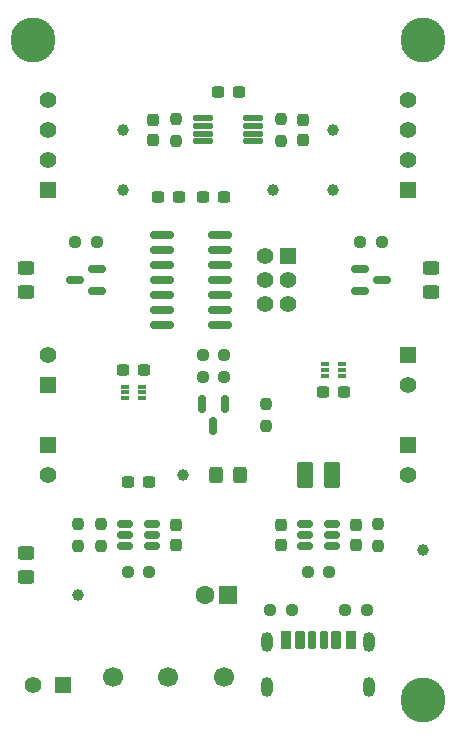
<source format=gts>
G04 #@! TF.GenerationSoftware,KiCad,Pcbnew,9.0.0*
G04 #@! TF.CreationDate,2025-03-07T13:21:57-06:00*
G04 #@! TF.ProjectId,robo-roach-v1.0,726f626f-2d72-46f6-9163-682d76312e30,rev?*
G04 #@! TF.SameCoordinates,Original*
G04 #@! TF.FileFunction,Soldermask,Top*
G04 #@! TF.FilePolarity,Negative*
%FSLAX46Y46*%
G04 Gerber Fmt 4.6, Leading zero omitted, Abs format (unit mm)*
G04 Created by KiCad (PCBNEW 9.0.0) date 2025-03-07 13:21:57*
%MOMM*%
%LPD*%
G01*
G04 APERTURE LIST*
G04 Aperture macros list*
%AMRoundRect*
0 Rectangle with rounded corners*
0 $1 Rounding radius*
0 $2 $3 $4 $5 $6 $7 $8 $9 X,Y pos of 4 corners*
0 Add a 4 corners polygon primitive as box body*
4,1,4,$2,$3,$4,$5,$6,$7,$8,$9,$2,$3,0*
0 Add four circle primitives for the rounded corners*
1,1,$1+$1,$2,$3*
1,1,$1+$1,$4,$5*
1,1,$1+$1,$6,$7*
1,1,$1+$1,$8,$9*
0 Add four rect primitives between the rounded corners*
20,1,$1+$1,$2,$3,$4,$5,0*
20,1,$1+$1,$4,$5,$6,$7,0*
20,1,$1+$1,$6,$7,$8,$9,0*
20,1,$1+$1,$8,$9,$2,$3,0*%
G04 Aperture macros list end*
%ADD10C,3.800000*%
%ADD11O,1.000000X1.700000*%
%ADD12RoundRect,0.225000X-0.225000X-0.575000X0.225000X-0.575000X0.225000X0.575000X-0.225000X0.575000X0*%
%ADD13RoundRect,0.200000X-0.200000X-0.600000X0.200000X-0.600000X0.200000X0.600000X-0.200000X0.600000X0*%
%ADD14RoundRect,0.175000X-0.175000X-0.625000X0.175000X-0.625000X0.175000X0.625000X-0.175000X0.625000X0*%
%ADD15RoundRect,0.087500X0.250000X0.087500X-0.250000X0.087500X-0.250000X-0.087500X0.250000X-0.087500X0*%
%ADD16RoundRect,0.237500X-0.300000X-0.237500X0.300000X-0.237500X0.300000X0.237500X-0.300000X0.237500X0*%
%ADD17R,1.600000X1.600000*%
%ADD18C,1.600000*%
%ADD19C,1.000000*%
%ADD20RoundRect,0.150000X-0.825000X-0.150000X0.825000X-0.150000X0.825000X0.150000X-0.825000X0.150000X0*%
%ADD21R,1.400000X1.400000*%
%ADD22C,1.400000*%
%ADD23RoundRect,0.237500X0.250000X0.237500X-0.250000X0.237500X-0.250000X-0.237500X0.250000X-0.237500X0*%
%ADD24RoundRect,0.237500X-0.250000X-0.237500X0.250000X-0.237500X0.250000X0.237500X-0.250000X0.237500X0*%
%ADD25RoundRect,0.237500X0.300000X0.237500X-0.300000X0.237500X-0.300000X-0.237500X0.300000X-0.237500X0*%
%ADD26RoundRect,0.237500X0.237500X-0.250000X0.237500X0.250000X-0.237500X0.250000X-0.237500X-0.250000X0*%
%ADD27C,1.700000*%
%ADD28RoundRect,0.237500X-0.237500X0.300000X-0.237500X-0.300000X0.237500X-0.300000X0.237500X0.300000X0*%
%ADD29RoundRect,0.237500X0.237500X-0.300000X0.237500X0.300000X-0.237500X0.300000X-0.237500X-0.300000X0*%
%ADD30RoundRect,0.150000X-0.512500X-0.150000X0.512500X-0.150000X0.512500X0.150000X-0.512500X0.150000X0*%
%ADD31RoundRect,0.125000X0.687500X0.125000X-0.687500X0.125000X-0.687500X-0.125000X0.687500X-0.125000X0*%
%ADD32RoundRect,0.087500X-0.250000X-0.087500X0.250000X-0.087500X0.250000X0.087500X-0.250000X0.087500X0*%
%ADD33RoundRect,0.237500X-0.237500X0.250000X-0.237500X-0.250000X0.237500X-0.250000X0.237500X0.250000X0*%
%ADD34RoundRect,0.150000X0.587500X0.150000X-0.587500X0.150000X-0.587500X-0.150000X0.587500X-0.150000X0*%
%ADD35RoundRect,0.150000X-0.587500X-0.150000X0.587500X-0.150000X0.587500X0.150000X-0.587500X0.150000X0*%
%ADD36RoundRect,0.150000X-0.150000X0.587500X-0.150000X-0.587500X0.150000X-0.587500X0.150000X0.587500X0*%
%ADD37RoundRect,0.250001X0.462499X0.849999X-0.462499X0.849999X-0.462499X-0.849999X0.462499X-0.849999X0*%
%ADD38RoundRect,0.250000X0.450000X-0.325000X0.450000X0.325000X-0.450000X0.325000X-0.450000X-0.325000X0*%
%ADD39RoundRect,0.250000X-0.325000X-0.450000X0.325000X-0.450000X0.325000X0.450000X-0.325000X0.450000X0*%
G04 APERTURE END LIST*
D10*
X162560000Y-134620000D03*
X162560000Y-78740000D03*
X129540000Y-78740000D03*
D11*
X157990000Y-133515000D03*
X157990000Y-129715000D03*
X149350000Y-133515000D03*
X149350000Y-129715000D03*
D12*
X150920000Y-129535000D03*
D13*
X152150000Y-129535000D03*
D14*
X154170000Y-129535000D03*
D12*
X156420000Y-129535000D03*
D13*
X155190000Y-129535000D03*
D14*
X153170000Y-129535000D03*
D15*
X137310000Y-109085000D03*
X137310000Y-108585000D03*
X137310000Y-108085000D03*
X138735000Y-108085000D03*
X138735000Y-108585000D03*
X138735000Y-109085000D03*
D16*
X138885000Y-106680000D03*
X137160000Y-106680000D03*
D17*
X146050000Y-125730000D03*
D18*
X144050000Y-125730000D03*
D19*
X142240000Y-115570000D03*
X137160000Y-86360000D03*
X154940000Y-86360000D03*
X154940000Y-91440000D03*
X137160000Y-91440000D03*
X162560000Y-121920000D03*
X133350000Y-125730000D03*
X149860000Y-91440000D03*
D20*
X140400000Y-95250000D03*
X140400000Y-96520000D03*
X140400000Y-97790000D03*
X140400000Y-99060000D03*
X140400000Y-100330000D03*
X140400000Y-101600000D03*
X140400000Y-102870000D03*
X145350000Y-102870000D03*
X145350000Y-101600000D03*
X145350000Y-100330000D03*
X145350000Y-99060000D03*
X145350000Y-97790000D03*
X145350000Y-96520000D03*
X145350000Y-95250000D03*
D21*
X151130000Y-97060000D03*
D22*
X151130000Y-99060000D03*
X151130000Y-101060000D03*
X149130000Y-97060000D03*
X149130000Y-99060000D03*
X149130000Y-101060000D03*
D23*
X149582500Y-127000000D03*
X151407500Y-127000000D03*
X155932500Y-127000000D03*
X157757500Y-127000000D03*
D22*
X130810000Y-115570000D03*
D21*
X130810000Y-113030000D03*
D24*
X159027500Y-95885000D03*
X157202500Y-95885000D03*
D25*
X143917500Y-92075000D03*
X145642500Y-92075000D03*
X140107500Y-92075000D03*
X141832500Y-92075000D03*
D26*
X135255000Y-119737500D03*
X135255000Y-121562500D03*
D27*
X145670000Y-132715000D03*
X140970000Y-132715000D03*
X136270000Y-132715000D03*
D16*
X145187500Y-83185000D03*
X146912500Y-83185000D03*
X137567500Y-116205000D03*
X139292500Y-116205000D03*
D28*
X156845000Y-119787500D03*
X156845000Y-121512500D03*
D29*
X150495000Y-121512500D03*
X150495000Y-119787500D03*
D28*
X141605000Y-119787500D03*
X141605000Y-121512500D03*
D30*
X152532500Y-119700000D03*
X152532500Y-120650000D03*
X152532500Y-121600000D03*
X154807500Y-121600000D03*
X154807500Y-120650000D03*
X154807500Y-119700000D03*
X137292500Y-119700000D03*
X137292500Y-120650000D03*
X137292500Y-121600000D03*
X139567500Y-121600000D03*
X139567500Y-120650000D03*
X139567500Y-119700000D03*
D31*
X148162500Y-87335000D03*
X148162500Y-86685000D03*
X148162500Y-86035000D03*
X148162500Y-85385000D03*
X143937500Y-85385000D03*
X143937500Y-86035000D03*
X143937500Y-86685000D03*
X143937500Y-87335000D03*
D32*
X154227500Y-106680000D03*
X154227500Y-106180000D03*
X154227500Y-107180000D03*
X155652500Y-107180000D03*
X155652500Y-106680000D03*
X155652500Y-106180000D03*
D23*
X134897500Y-95885000D03*
X133072500Y-95885000D03*
D26*
X133350000Y-121562500D03*
X133350000Y-119737500D03*
D23*
X154582500Y-123825000D03*
X152757500Y-123825000D03*
D33*
X158750000Y-119737500D03*
X158750000Y-121562500D03*
D23*
X139342500Y-123825000D03*
X137517500Y-123825000D03*
D33*
X149225000Y-109577500D03*
X149225000Y-111402500D03*
X141605000Y-85447500D03*
X141605000Y-87272500D03*
D23*
X145692500Y-107315000D03*
X143867500Y-107315000D03*
D24*
X143867500Y-105410000D03*
X145692500Y-105410000D03*
D33*
X150495000Y-85447500D03*
X150495000Y-87272500D03*
D34*
X134922500Y-100010000D03*
X134922500Y-98110000D03*
X133047500Y-99060000D03*
D35*
X157177500Y-98110000D03*
X157177500Y-100010000D03*
X159052500Y-99060000D03*
D36*
X145730000Y-109552500D03*
X143830000Y-109552500D03*
X144780000Y-111427500D03*
D37*
X154832500Y-115570000D03*
X152507500Y-115570000D03*
D21*
X161290000Y-113030000D03*
D22*
X161290000Y-115570000D03*
D21*
X130810000Y-107950000D03*
D22*
X130810000Y-105410000D03*
D21*
X161290000Y-105410000D03*
D22*
X161290000Y-107950000D03*
D21*
X130810000Y-91440000D03*
D22*
X130810000Y-88900000D03*
X130810000Y-86360000D03*
X130810000Y-83820000D03*
D21*
X161290000Y-91440000D03*
D22*
X161290000Y-88900000D03*
X161290000Y-86360000D03*
X161290000Y-83820000D03*
D38*
X128905000Y-100085000D03*
X128905000Y-98035000D03*
X163195000Y-100085000D03*
X163195000Y-98035000D03*
X128905000Y-124215000D03*
X128905000Y-122165000D03*
D39*
X145025000Y-115570000D03*
X147075000Y-115570000D03*
D28*
X139700000Y-85497500D03*
X139700000Y-87222500D03*
X152400000Y-85497500D03*
X152400000Y-87222500D03*
D21*
X132080000Y-133350000D03*
D22*
X129540000Y-133350000D03*
D25*
X155802500Y-108585000D03*
X154077500Y-108585000D03*
M02*

</source>
